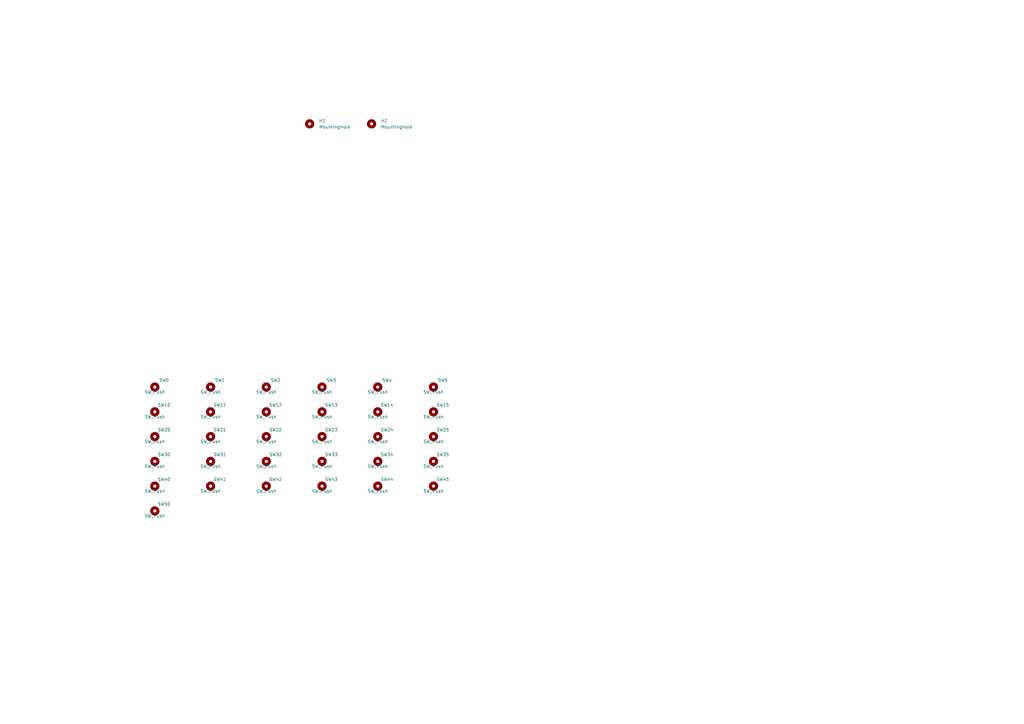
<source format=kicad_sch>
(kicad_sch (version 20210621) (generator eeschema)
  (paper "A3")
  (title_block (date "29 sep 2012"))
  (lib_symbols
    (symbol "Mechanical:MountingHole" (pin_names (offset 1.016))
      (property "Reference" "H" (at 0 5.08 0))
      (property "Value" "MountingHole" (at 0 3.175 0))
      (symbol "MountingHole_0_1"
        (circle (center 0 0) (radius 1.27) (stroke (width 1.27)))
      )
    )
  )
  (symbol (lib_id "Mechanical:MountingHole") (at 63.5 158.75 0) (unit 1)
    (property "Reference" "SW0" (at 67.31 155.956 0))
    (property "Value" "SW_Push" (at 63.5 160.782 0))
    (property "Footprint" "blackwing:CUTOUT_CHERRY_MX_1.00u" (effects hide))
  )
  (symbol (lib_id "Mechanical:MountingHole") (at 63.5 168.91 0) (unit 1)
    (property "Reference" "SW10" (at 67.31 166.116 0))
    (property "Value" "SW_Push" (at 63.5 170.942 0))
    (property "Footprint" "blackwing:CUTOUT_CHERRY_MX_1.00u" (effects hide))
  )
  (symbol (lib_id "Mechanical:MountingHole") (at 63.5 179.07 0) (unit 1)
    (property "Reference" "SW20" (at 67.31 176.276 0))
    (property "Value" "SW_Push" (at 63.5 181.102 0))
    (property "Footprint" "blackwing:CUTOUT_CHERRY_MX_1.00u" (effects hide))
  )
  (symbol (lib_id "Mechanical:MountingHole") (at 63.5 189.23 0) (unit 1)
    (property "Reference" "SW30" (at 67.31 186.436 0))
    (property "Value" "SW_Push" (at 63.5 191.262 0))
    (property "Footprint" "blackwing:CUTOUT_CHERRY_MX_1.00u" (effects hide))
  )
  (symbol (lib_id "Mechanical:MountingHole") (at 63.5 199.39 0) (unit 1)
    (property "Reference" "SW40" (at 67.31 196.596 0))
    (property "Value" "SW_Push" (at 63.5 201.422 0))
    (property "Footprint" "blackwing:CUTOUT_CHERRY_MX_1.00u" (effects hide))
  )
  (symbol (lib_id "Mechanical:MountingHole") (at 63.5 209.55 0) (unit 1)
    (property "Reference" "SW50" (at 67.31 206.756 0))
    (property "Value" "SW_Push" (at 63.5 211.582 0))
    (property "Footprint" "blackwing:CUTOUT_CHERRY_MX_1.75u" (effects hide))
  )
  (symbol (lib_id "Mechanical:MountingHole") (at 86.36 158.75 0) (unit 1)
    (property "Reference" "SW1" (at 90.17 155.956 0))
    (property "Value" "SW_Push" (at 86.36 160.782 0))
    (property "Footprint" "blackwing:CUTOUT_CHERRY_MX_1.00u" (effects hide))
  )
  (symbol (lib_id "Mechanical:MountingHole") (at 86.36 168.91 0) (unit 1)
    (property "Reference" "SW11" (at 90.17 166.116 0))
    (property "Value" "SW_Push" (at 86.36 170.942 0))
    (property "Footprint" "blackwing:CUTOUT_CHERRY_MX_1.00u" (effects hide))
  )
  (symbol (lib_id "Mechanical:MountingHole") (at 86.36 179.07 0) (unit 1)
    (property "Reference" "SW21" (at 90.17 176.276 0))
    (property "Value" "SW_Push" (at 86.36 181.102 0))
    (property "Footprint" "blackwing:CUTOUT_CHERRY_MX_1.00u" (effects hide))
  )
  (symbol (lib_id "Mechanical:MountingHole") (at 86.36 189.23 0) (unit 1)
    (property "Reference" "SW31" (at 90.17 186.436 0))
    (property "Value" "SW_Push" (at 86.36 191.262 0))
    (property "Footprint" "blackwing:CUTOUT_CHERRY_MX_1.00u" (effects hide))
  )
  (symbol (lib_id "Mechanical:MountingHole") (at 86.36 199.39 0) (unit 1)
    (property "Reference" "SW41" (at 90.17 196.596 0))
    (property "Value" "SW_Push" (at 86.36 201.422 0))
    (property "Footprint" "blackwing:CUTOUT_CHERRY_MX_1.00u" (effects hide))
  )
  (symbol (lib_id "Mechanical:MountingHole") (at 109.22 158.75 0) (unit 1)
    (property "Reference" "SW2" (at 113.03 155.956 0))
    (property "Value" "SW_Push" (at 109.22 160.782 0))
    (property "Footprint" "blackwing:CUTOUT_CHERRY_MX_1.00u" (effects hide))
  )
  (symbol (lib_id "Mechanical:MountingHole") (at 109.22 168.91 0) (unit 1)
    (property "Reference" "SW12" (at 113.03 166.116 0))
    (property "Value" "SW_Push" (at 109.22 170.942 0))
    (property "Footprint" "blackwing:CUTOUT_CHERRY_MX_1.00u" (effects hide))
  )
  (symbol (lib_id "Mechanical:MountingHole") (at 109.22 179.07 0) (unit 1)
    (property "Reference" "SW22" (at 113.03 176.276 0))
    (property "Value" "SW_Push" (at 109.22 181.102 0))
    (property "Footprint" "blackwing:CUTOUT_CHERRY_MX_1.00u" (effects hide))
  )
  (symbol (lib_id "Mechanical:MountingHole") (at 109.22 189.23 0) (unit 1)
    (property "Reference" "SW32" (at 113.03 186.436 0))
    (property "Value" "SW_Push" (at 109.22 191.262 0))
    (property "Footprint" "blackwing:CUTOUT_CHERRY_MX_1.00u" (effects hide))
  )
  (symbol (lib_id "Mechanical:MountingHole") (at 109.22 199.39 0) (unit 1)
    (property "Reference" "SW42" (at 113.03 196.596 0))
    (property "Value" "SW_Push" (at 109.22 201.422 0))
    (property "Footprint" "blackwing:CUTOUT_CHERRY_MX_1.00u" (effects hide))
  )
  (symbol (lib_id "Mechanical:MountingHole") (at 127 50.8 0) (unit 1)
    (property "Reference" "H1" (at 130.81 49.5299 0) (effects (justify left)))
    (property "Value" "MountingHole" (at 130.81 52.0699 0) (effects (justify left)))
    (property "Footprint" "MountingHole:MountingHole_2.7mm_M2.5_DIN965" (effects hide))
  )
  (symbol (lib_id "Mechanical:MountingHole") (at 132.08 158.75 0) (unit 1)
    (property "Reference" "SW3" (at 135.89 155.956 0))
    (property "Value" "SW_Push" (at 132.08 160.782 0))
    (property "Footprint" "blackwing:CUTOUT_CHERRY_MX_1.00u" (effects hide))
  )
  (symbol (lib_id "Mechanical:MountingHole") (at 132.08 168.91 0) (unit 1)
    (property "Reference" "SW13" (at 135.89 166.116 0))
    (property "Value" "SW_Push" (at 132.08 170.942 0))
    (property "Footprint" "blackwing:CUTOUT_CHERRY_MX_1.00u" (effects hide))
  )
  (symbol (lib_id "Mechanical:MountingHole") (at 132.08 179.07 0) (unit 1)
    (property "Reference" "SW23" (at 135.89 176.276 0))
    (property "Value" "SW_Push" (at 132.08 181.102 0))
    (property "Footprint" "blackwing:CUTOUT_CHERRY_MX_1.00u" (effects hide))
  )
  (symbol (lib_id "Mechanical:MountingHole") (at 132.08 189.23 0) (unit 1)
    (property "Reference" "SW33" (at 135.89 186.436 0))
    (property "Value" "SW_Push" (at 132.08 191.262 0))
    (property "Footprint" "blackwing:CUTOUT_CHERRY_MX_1.00u" (effects hide))
  )
  (symbol (lib_id "Mechanical:MountingHole") (at 132.08 199.39 0) (unit 1)
    (property "Reference" "SW43" (at 135.89 196.596 0))
    (property "Value" "SW_Push" (at 132.08 201.422 0))
    (property "Footprint" "blackwing:CUTOUT_CHERRY_MX_1.25u" (effects hide))
  )
  (symbol (lib_id "Mechanical:MountingHole") (at 152.4 50.8 0) (unit 1)
    (property "Reference" "H2" (at 156.21 49.5299 0) (effects (justify left)))
    (property "Value" "MountingHole" (at 156.21 52.0699 0) (effects (justify left)))
    (property "Footprint" "MountingHole:MountingHole_2.7mm_M2.5_DIN965" (effects hide))
  )
  (symbol (lib_id "Mechanical:MountingHole") (at 154.94 158.75 0) (unit 1)
    (property "Reference" "SW4" (at 158.75 155.956 0))
    (property "Value" "SW_Push" (at 154.94 160.782 0))
    (property "Footprint" "blackwing:CUTOUT_CHERRY_MX_1.00u" (effects hide))
  )
  (symbol (lib_id "Mechanical:MountingHole") (at 154.94 168.91 0) (unit 1)
    (property "Reference" "SW14" (at 158.75 166.116 0))
    (property "Value" "SW_Push" (at 154.94 170.942 0))
    (property "Footprint" "blackwing:CUTOUT_CHERRY_MX_1.00u" (effects hide))
  )
  (symbol (lib_id "Mechanical:MountingHole") (at 154.94 179.07 0) (unit 1)
    (property "Reference" "SW24" (at 158.75 176.276 0))
    (property "Value" "SW_Push" (at 154.94 181.102 0))
    (property "Footprint" "blackwing:CUTOUT_CHERRY_MX_1.00u" (effects hide))
  )
  (symbol (lib_id "Mechanical:MountingHole") (at 154.94 189.23 0) (unit 1)
    (property "Reference" "SW34" (at 158.75 186.436 0))
    (property "Value" "SW_Push" (at 154.94 191.262 0))
    (property "Footprint" "blackwing:CUTOUT_CHERRY_MX_1.00u" (effects hide))
  )
  (symbol (lib_id "Mechanical:MountingHole") (at 154.94 199.39 0) (unit 1)
    (property "Reference" "SW44" (at 158.75 196.596 0))
    (property "Value" "SW_Push" (at 154.94 201.422 0))
    (property "Footprint" "blackwing:CUTOUT_CHERRY_MX_1.00u" (effects hide))
  )
  (symbol (lib_id "Mechanical:MountingHole") (at 177.8 158.75 0) (unit 1)
    (property "Reference" "SW5" (at 181.61 155.956 0))
    (property "Value" "SW_Push" (at 177.8 160.782 0))
    (property "Footprint" "blackwing:CUTOUT_CHERRY_MX_1.00u" (effects hide))
  )
  (symbol (lib_id "Mechanical:MountingHole") (at 177.8 168.91 0) (unit 1)
    (property "Reference" "SW15" (at 181.61 166.116 0))
    (property "Value" "SW_Push" (at 177.8 170.942 0))
    (property "Footprint" "blackwing:CUTOUT_CHERRY_MX_1.00u" (effects hide))
  )
  (symbol (lib_id "Mechanical:MountingHole") (at 177.8 179.07 0) (unit 1)
    (property "Reference" "SW25" (at 181.61 176.276 0))
    (property "Value" "SW_Push" (at 177.8 181.102 0))
    (property "Footprint" "blackwing:CUTOUT_CHERRY_MX_1.00u" (effects hide))
  )
  (symbol (lib_id "Mechanical:MountingHole") (at 177.8 189.23 0) (unit 1)
    (property "Reference" "SW35" (at 181.61 186.436 0))
    (property "Value" "SW_Push" (at 177.8 191.262 0))
    (property "Footprint" "blackwing:CUTOUT_CHERRY_MX_1.00u" (effects hide))
  )
  (symbol (lib_id "Mechanical:MountingHole") (at 177.8 199.39 0) (unit 1)
    (property "Reference" "SW45" (at 181.61 196.596 0))
    (property "Value" "SW_Push" (at 177.8 201.422 0))
    (property "Footprint" "blackwing:CUTOUT_CHERRY_MX_1.25u" (effects hide))
  )
)
</source>
